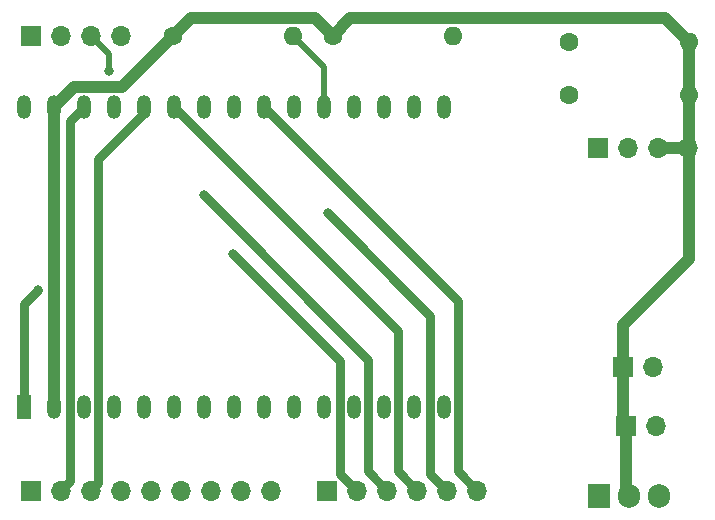
<source format=gbr>
%TF.GenerationSoftware,KiCad,Pcbnew,7.0.9*%
%TF.CreationDate,2024-01-04T21:37:17-05:00*%
%TF.ProjectId,PedalboardBrain,50656461-6c62-46f6-9172-64427261696e,rev?*%
%TF.SameCoordinates,Original*%
%TF.FileFunction,Copper,L2,Bot*%
%TF.FilePolarity,Positive*%
%FSLAX46Y46*%
G04 Gerber Fmt 4.6, Leading zero omitted, Abs format (unit mm)*
G04 Created by KiCad (PCBNEW 7.0.9) date 2024-01-04 21:37:17*
%MOMM*%
%LPD*%
G01*
G04 APERTURE LIST*
%TA.AperFunction,ComponentPad*%
%ADD10R,1.200000X2.000000*%
%TD*%
%TA.AperFunction,ComponentPad*%
%ADD11O,1.200000X2.000000*%
%TD*%
%TA.AperFunction,ComponentPad*%
%ADD12R,1.700000X1.700000*%
%TD*%
%TA.AperFunction,ComponentPad*%
%ADD13O,1.700000X1.700000*%
%TD*%
%TA.AperFunction,ComponentPad*%
%ADD14C,1.600000*%
%TD*%
%TA.AperFunction,ComponentPad*%
%ADD15O,1.600000X1.600000*%
%TD*%
%TA.AperFunction,ComponentPad*%
%ADD16R,1.905000X2.000000*%
%TD*%
%TA.AperFunction,ComponentPad*%
%ADD17O,1.905000X2.000000*%
%TD*%
%TA.AperFunction,ViaPad*%
%ADD18C,0.800000*%
%TD*%
%TA.AperFunction,Conductor*%
%ADD19C,0.750000*%
%TD*%
%TA.AperFunction,Conductor*%
%ADD20C,1.000000*%
%TD*%
%TA.AperFunction,Conductor*%
%ADD21C,0.500000*%
%TD*%
G04 APERTURE END LIST*
D10*
%TO.P,U1,1,3V3*%
%TO.N,Net-(J6-Pin_1)*%
X92305000Y-60948120D03*
D11*
%TO.P,U1,2,CHIP_PU*%
%TO.N,unconnected-(U1-CHIP_PU-Pad2)*%
X127865000Y-35548120D03*
%TO.P,U1,3,SENSOR_VP/GPIO36/ADC1_CH0*%
%TO.N,/P36-in*%
X125325000Y-35548120D03*
%TO.P,U1,4,SENSOR_VN/GPIO39/ADC1_CH3*%
%TO.N,/P39-in*%
X122785000Y-35548120D03*
%TO.P,U1,5,VDET_1/GPIO34/ADC1_CH6*%
%TO.N,/P34-In*%
X120245000Y-35548120D03*
%TO.P,U1,6,VDET_2/GPIO35/ADC1_CH7*%
%TO.N,/P35-in*%
X117705000Y-35548120D03*
%TO.P,U1,7,32K_XP/GPIO32/ADC1_CH4*%
%TO.N,/P32*%
X115165000Y-35548120D03*
%TO.P,U1,8,32K_XN/GPIO33/ADC1_CH5*%
%TO.N,/P33*%
X112625000Y-35548120D03*
%TO.P,U1,9,DAC_1/ADC2_CH8/GPIO25*%
%TO.N,/P25*%
X110085000Y-35548120D03*
%TO.P,U1,10,DAC_2/ADC2_CH9/GPIO26*%
%TO.N,/P26*%
X107545000Y-35548120D03*
%TO.P,U1,11,ADC2_CH7/GPIO27*%
%TO.N,/P27*%
X105005000Y-35548120D03*
%TO.P,U1,12,MTMS/GPIO14/ADC2_CH6*%
%TO.N,/P14*%
X102465000Y-35548120D03*
%TO.P,U1,13,MTDI/GPIO12/ADC2_CH5*%
%TO.N,unconnected-(U1-MTDI{slash}GPIO12{slash}ADC2_CH5-Pad13)*%
X99925000Y-35548120D03*
%TO.P,U1,15,MTCK/GPIO13/ADC2_CH4*%
%TO.N,/P13*%
X97385000Y-35548120D03*
%TO.P,U1,16,SD_DATA2/GPIO9*%
%TO.N,unconnected-(U1-SD_DATA2{slash}GPIO9-Pad16)*%
X99925000Y-60948120D03*
%TO.P,U1,19,5V*%
%TO.N,/5V*%
X92305000Y-35548120D03*
%TO.P,U1,23,MTDO/GPIO15/ADC2_CH3*%
%TO.N,unconnected-(U1-MTDO{slash}GPIO15{slash}ADC2_CH3-Pad23)*%
X97385000Y-60948120D03*
%TO.P,U1,26,ADC2_CH0/GPIO4*%
%TO.N,/P4*%
X102465000Y-60948120D03*
%TO.P,U1,27,GPIO16*%
%TO.N,/P16*%
X105005000Y-60948120D03*
%TO.P,U1,28,GPIO17*%
%TO.N,/P17*%
X107545000Y-60948120D03*
%TO.P,U1,29,GPIO5*%
%TO.N,unconnected-(U1-GPIO5-Pad29)*%
X110085000Y-60948120D03*
%TO.P,U1,30,GPIO18*%
%TO.N,/P18*%
X112625000Y-60948120D03*
%TO.P,U1,31,GPIO19*%
%TO.N,/P19*%
X115165000Y-60948120D03*
%TO.P,U1,32,GND*%
%TO.N,/Gnd*%
X94845000Y-60948120D03*
%TO.P,U1,33,GPIO21*%
%TO.N,/P21*%
X117705000Y-60948120D03*
%TO.P,U1,34,U0RXD/GPIO3*%
%TO.N,unconnected-(U1-U0RXD{slash}GPIO3-Pad34)*%
X122785000Y-60948120D03*
%TO.P,U1,35,U0TXD/GPIO1*%
%TO.N,unconnected-(U1-U0TXD{slash}GPIO1-Pad35)*%
X120245000Y-60948120D03*
%TO.P,U1,36,GPIO22*%
%TO.N,/P22*%
X125325000Y-60948120D03*
%TO.P,U1,37,GPIO23*%
%TO.N,/P23*%
X127865000Y-60948120D03*
%TO.P,U1,38,GND*%
%TO.N,/Gnd*%
X94845000Y-35548120D03*
%TD*%
D12*
%TO.P,J1,1,Pin_1*%
%TO.N,/P4*%
X92880000Y-68000000D03*
D13*
%TO.P,J1,2,Pin_2*%
%TO.N,/P13*%
X95420000Y-68000000D03*
%TO.P,J1,3,Pin_3*%
%TO.N,/P14*%
X97960000Y-68000000D03*
%TO.P,J1,4,Pin_4*%
%TO.N,/P16*%
X100500000Y-68000000D03*
%TO.P,J1,5,Pin_5*%
%TO.N,/P17*%
X103040000Y-68000000D03*
%TO.P,J1,6,Pin_6*%
%TO.N,/P18*%
X105580000Y-68000000D03*
%TO.P,J1,7,Pin_7*%
%TO.N,/P19*%
X108120000Y-68000000D03*
%TO.P,J1,8,Pin_8*%
%TO.N,/P21*%
X110660000Y-68000000D03*
%TO.P,J1,9,Pin_9*%
%TO.N,/P22*%
X113200000Y-68000000D03*
%TD*%
D14*
%TO.P,R36,1*%
%TO.N,/P36-in*%
X138420000Y-34500000D03*
D15*
%TO.P,R36,2*%
%TO.N,/Gnd*%
X148580000Y-34500000D03*
%TD*%
D12*
%TO.P,J3,1,Pin_1*%
%TO.N,/Gnd*%
X143000000Y-57500000D03*
D13*
%TO.P,J3,2,Pin_2*%
%TO.N,Net-(J3-Pin_2)*%
X145540000Y-57500000D03*
%TD*%
D14*
%TO.P,R39,1*%
%TO.N,/P39-in*%
X138420000Y-30000000D03*
D15*
%TO.P,R39,2*%
%TO.N,/Gnd*%
X148580000Y-30000000D03*
%TD*%
D12*
%TO.P,J6,1,Pin_1*%
%TO.N,Net-(J6-Pin_1)*%
X140880000Y-39000000D03*
D13*
%TO.P,J6,2,Pin_2*%
%TO.N,/5V*%
X143420000Y-39000000D03*
%TO.P,J6,3,Pin_3*%
%TO.N,/Gnd*%
X145960000Y-39000000D03*
%TO.P,J6,4,Pin_4*%
X148500000Y-39000000D03*
%TD*%
D14*
%TO.P,R35,1*%
%TO.N,/Gnd*%
X104920000Y-29500000D03*
D15*
%TO.P,R35,2*%
%TO.N,/P35-in*%
X115080000Y-29500000D03*
%TD*%
D14*
%TO.P,R34,1*%
%TO.N,/Gnd*%
X118420000Y-29500000D03*
D15*
%TO.P,R34,2*%
%TO.N,/P34-In*%
X128580000Y-29500000D03*
%TD*%
D16*
%TO.P,U2,1,VO*%
%TO.N,/5V*%
X140960000Y-68445000D03*
D17*
%TO.P,U2,2,GND*%
%TO.N,/Gnd*%
X143500000Y-68445000D03*
%TO.P,U2,3,VI*%
%TO.N,Net-(J3-Pin_2)*%
X146040000Y-68445000D03*
%TD*%
D12*
%TO.P,J2,1,Pin_1*%
%TO.N,/P23*%
X117960000Y-68000000D03*
D13*
%TO.P,J2,2,Pin_2*%
%TO.N,/P25*%
X120500000Y-68000000D03*
%TO.P,J2,3,Pin_3*%
%TO.N,/P26*%
X123040000Y-68000000D03*
%TO.P,J2,4,Pin_4*%
%TO.N,/P27*%
X125580000Y-68000000D03*
%TO.P,J2,5,Pin_5*%
%TO.N,/P32*%
X128120000Y-68000000D03*
%TO.P,J2,6,Pin_6*%
%TO.N,/P33*%
X130660000Y-68000000D03*
%TD*%
D12*
%TO.P,J5,1,Pin_1*%
%TO.N,/Gnd*%
X143225000Y-62500000D03*
D13*
%TO.P,J5,2,Pin_2*%
%TO.N,Net-(J3-Pin_2)*%
X145765000Y-62500000D03*
%TD*%
D12*
%TO.P,J4,1,Pin_1*%
%TO.N,/P34-In*%
X92920000Y-29500000D03*
D13*
%TO.P,J4,2,Pin_2*%
%TO.N,/P35-in*%
X95460000Y-29500000D03*
%TO.P,J4,3,Pin_3*%
%TO.N,/P36-in*%
X98000000Y-29500000D03*
%TO.P,J4,4,Pin_4*%
%TO.N,/P39-in*%
X100540000Y-29500000D03*
%TD*%
D18*
%TO.N,Net-(J6-Pin_1)*%
X93500000Y-51000000D03*
%TO.N,/P25*%
X110000000Y-48000000D03*
%TO.N,/P26*%
X107500000Y-43000000D03*
%TO.N,/P32*%
X118000000Y-44500000D03*
%TO.N,/P36-in*%
X99500000Y-32500000D03*
%TD*%
D19*
%TO.N,Net-(J6-Pin_1)*%
X92305000Y-52195000D02*
X92305000Y-60948120D01*
X93500000Y-51000000D02*
X92305000Y-52195000D01*
D20*
%TO.N,/Gnd*%
X94845000Y-35548120D02*
X94845000Y-60948120D01*
D19*
%TO.N,/P13*%
X97385000Y-35548120D02*
X96210000Y-36723120D01*
X96210000Y-36723120D02*
X96210000Y-67210000D01*
X96210000Y-67210000D02*
X95420000Y-68000000D01*
%TO.N,/P14*%
X98560000Y-39940000D02*
X98560000Y-67400000D01*
X102465000Y-36035000D02*
X98560000Y-39940000D01*
X102465000Y-35548120D02*
X102465000Y-36035000D01*
X98560000Y-67400000D02*
X97960000Y-68000000D01*
%TO.N,/P25*%
X119070000Y-66570000D02*
X120500000Y-68000000D01*
X110000000Y-48000000D02*
X119070000Y-57070000D01*
X119070000Y-57070000D02*
X119070000Y-66570000D01*
%TO.N,/P26*%
X107500000Y-43000000D02*
X121420000Y-56920000D01*
X121420000Y-66380000D02*
X123040000Y-68000000D01*
X121420000Y-56920000D02*
X121420000Y-66380000D01*
%TO.N,/P27*%
X105005000Y-35548120D02*
X123960000Y-54503120D01*
X123960000Y-66380000D02*
X125580000Y-68000000D01*
X123960000Y-54503120D02*
X123960000Y-66380000D01*
%TO.N,/P32*%
X126690000Y-66570000D02*
X128120000Y-68000000D01*
X118000000Y-44500000D02*
X126690000Y-53190000D01*
X126690000Y-53190000D02*
X126690000Y-66570000D01*
%TO.N,/P33*%
X112625000Y-35548120D02*
X129040000Y-51963120D01*
X129040000Y-66380000D02*
X130660000Y-68000000D01*
X129040000Y-51963120D02*
X129040000Y-66380000D01*
D20*
%TO.N,/Gnd*%
X100571880Y-33848120D02*
X104920000Y-29500000D01*
X106420000Y-28000000D02*
X104920000Y-29500000D01*
X146580000Y-28000000D02*
X119920000Y-28000000D01*
X143000000Y-62275000D02*
X143225000Y-62500000D01*
X143000000Y-57500000D02*
X143000000Y-54000000D01*
X148580000Y-30000000D02*
X146580000Y-28000000D01*
X148580000Y-48420000D02*
X148580000Y-34500000D01*
X143225000Y-62500000D02*
X143225000Y-68170000D01*
X143225000Y-68170000D02*
X143500000Y-68445000D01*
X94845000Y-35548120D02*
X96545000Y-33848120D01*
X148580000Y-34500000D02*
X148580000Y-30000000D01*
X143000000Y-54000000D02*
X148580000Y-48420000D01*
X116920000Y-28000000D02*
X106420000Y-28000000D01*
X143000000Y-57500000D02*
X143000000Y-62275000D01*
X119920000Y-28000000D02*
X118420000Y-29500000D01*
X96545000Y-33848120D02*
X100571880Y-33848120D01*
X148500000Y-39000000D02*
X145960000Y-39000000D01*
X118420000Y-29500000D02*
X116920000Y-28000000D01*
D21*
%TO.N,/P35-in*%
X117705000Y-35548120D02*
X117705000Y-32125000D01*
X117705000Y-32125000D02*
X115080000Y-29500000D01*
%TO.N,/P36-in*%
X99500000Y-31000000D02*
X99500000Y-32500000D01*
X98000000Y-29500000D02*
X99500000Y-31000000D01*
%TD*%
M02*

</source>
